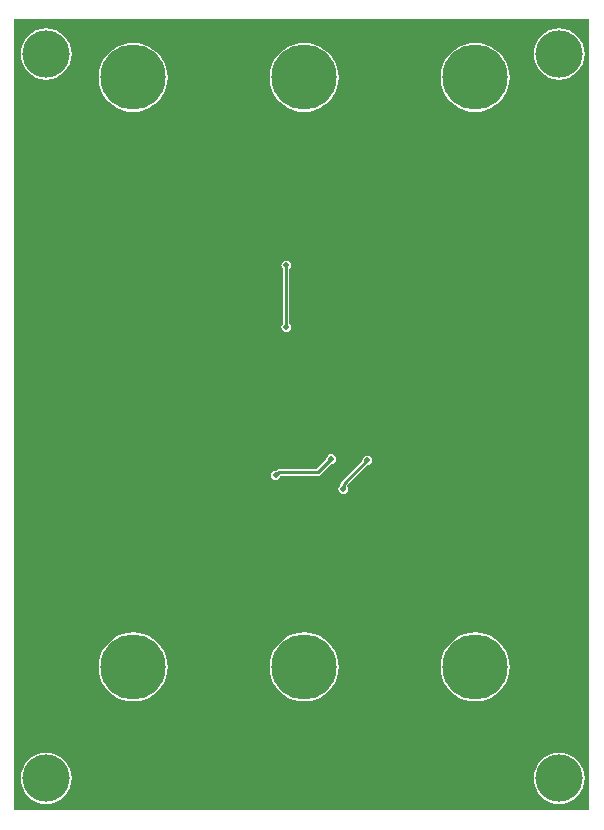
<source format=gbl>
G04*
G04 #@! TF.GenerationSoftware,Altium Limited,Altium Designer,20.0.8 (157)*
G04*
G04 Layer_Physical_Order=2*
G04 Layer_Color=16711680*
%FSLAX24Y24*%
%MOIN*%
G70*
G01*
G75*
%ADD12C,0.0100*%
%ADD35C,0.2172*%
%ADD36R,0.2172X0.2172*%
%ADD37C,0.1575*%
%ADD38C,0.0200*%
%ADD39C,0.0120*%
G36*
X46658Y21142D02*
X27492D01*
Y47508D01*
X46658D01*
X46658Y21142D01*
D02*
G37*
%LPC*%
G36*
X45650Y47201D02*
X45484Y47185D01*
X45324Y47137D01*
X45177Y47058D01*
X45048Y46952D01*
X44942Y46823D01*
X44863Y46676D01*
X44815Y46516D01*
X44798Y46350D01*
X44815Y46184D01*
X44863Y46024D01*
X44942Y45877D01*
X45048Y45748D01*
X45177Y45642D01*
X45324Y45563D01*
X45484Y45515D01*
X45650Y45498D01*
X45816Y45515D01*
X45976Y45563D01*
X46123Y45642D01*
X46252Y45748D01*
X46358Y45877D01*
X46437Y46024D01*
X46485Y46184D01*
X46501Y46350D01*
X46485Y46516D01*
X46437Y46676D01*
X46358Y46823D01*
X46252Y46952D01*
X46123Y47058D01*
X45976Y47137D01*
X45816Y47185D01*
X45650Y47201D01*
D02*
G37*
G36*
X28550D02*
X28384Y47185D01*
X28224Y47137D01*
X28077Y47058D01*
X27948Y46952D01*
X27842Y46823D01*
X27763Y46676D01*
X27715Y46516D01*
X27699Y46350D01*
X27715Y46184D01*
X27763Y46024D01*
X27842Y45877D01*
X27948Y45748D01*
X28077Y45642D01*
X28224Y45563D01*
X28384Y45515D01*
X28550Y45498D01*
X28716Y45515D01*
X28876Y45563D01*
X29023Y45642D01*
X29152Y45748D01*
X29258Y45877D01*
X29337Y46024D01*
X29385Y46184D01*
X29402Y46350D01*
X29385Y46516D01*
X29337Y46676D01*
X29258Y46823D01*
X29152Y46952D01*
X29023Y47058D01*
X28876Y47137D01*
X28716Y47185D01*
X28550Y47201D01*
D02*
G37*
G36*
X42850Y46717D02*
X42670Y46703D01*
X42495Y46660D01*
X42328Y46591D01*
X42174Y46497D01*
X42037Y46380D01*
X41920Y46243D01*
X41826Y46089D01*
X41757Y45922D01*
X41715Y45747D01*
X41701Y45567D01*
X41715Y45388D01*
X41757Y45212D01*
X41826Y45046D01*
X41920Y44892D01*
X42037Y44755D01*
X42174Y44637D01*
X42328Y44543D01*
X42495Y44474D01*
X42670Y44432D01*
X42850Y44418D01*
X43030Y44432D01*
X43205Y44474D01*
X43372Y44543D01*
X43526Y44637D01*
X43663Y44755D01*
X43780Y44892D01*
X43874Y45046D01*
X43943Y45212D01*
X43985Y45388D01*
X43999Y45567D01*
X43985Y45747D01*
X43943Y45922D01*
X43874Y46089D01*
X43780Y46243D01*
X43663Y46380D01*
X43526Y46497D01*
X43372Y46591D01*
X43205Y46660D01*
X43030Y46703D01*
X42850Y46717D01*
D02*
G37*
G36*
X37150D02*
X36970Y46703D01*
X36795Y46660D01*
X36628Y46591D01*
X36474Y46497D01*
X36337Y46380D01*
X36220Y46243D01*
X36126Y46089D01*
X36057Y45922D01*
X36015Y45747D01*
X36001Y45567D01*
X36015Y45388D01*
X36057Y45212D01*
X36126Y45046D01*
X36220Y44892D01*
X36337Y44755D01*
X36474Y44637D01*
X36628Y44543D01*
X36795Y44474D01*
X36970Y44432D01*
X37150Y44418D01*
X37330Y44432D01*
X37505Y44474D01*
X37672Y44543D01*
X37826Y44637D01*
X37963Y44755D01*
X38080Y44892D01*
X38174Y45046D01*
X38243Y45212D01*
X38285Y45388D01*
X38299Y45567D01*
X38285Y45747D01*
X38243Y45922D01*
X38174Y46089D01*
X38080Y46243D01*
X37963Y46380D01*
X37826Y46497D01*
X37672Y46591D01*
X37505Y46660D01*
X37330Y46703D01*
X37150Y46717D01*
D02*
G37*
G36*
X31450D02*
X31270Y46703D01*
X31095Y46660D01*
X30928Y46591D01*
X30774Y46497D01*
X30637Y46380D01*
X30520Y46243D01*
X30426Y46089D01*
X30357Y45922D01*
X30315Y45747D01*
X30301Y45567D01*
X30315Y45388D01*
X30357Y45212D01*
X30426Y45046D01*
X30520Y44892D01*
X30637Y44755D01*
X30774Y44637D01*
X30928Y44543D01*
X31095Y44474D01*
X31270Y44432D01*
X31450Y44418D01*
X31630Y44432D01*
X31805Y44474D01*
X31972Y44543D01*
X32126Y44637D01*
X32263Y44755D01*
X32380Y44892D01*
X32474Y45046D01*
X32543Y45212D01*
X32585Y45388D01*
X32599Y45567D01*
X32585Y45747D01*
X32543Y45922D01*
X32474Y46089D01*
X32380Y46243D01*
X32263Y46380D01*
X32126Y46497D01*
X31972Y46591D01*
X31805Y46660D01*
X31630Y46703D01*
X31450Y46717D01*
D02*
G37*
G36*
X36550Y39463D02*
X36488Y39451D01*
X36435Y39415D01*
X36399Y39362D01*
X36387Y39300D01*
X36399Y39238D01*
X36435Y39185D01*
X36438Y39183D01*
Y37367D01*
X36435Y37365D01*
X36399Y37312D01*
X36387Y37250D01*
X36399Y37188D01*
X36435Y37135D01*
X36488Y37099D01*
X36550Y37087D01*
X36612Y37099D01*
X36665Y37135D01*
X36701Y37188D01*
X36713Y37250D01*
X36701Y37312D01*
X36665Y37365D01*
X36662Y37367D01*
Y39183D01*
X36665Y39185D01*
X36701Y39238D01*
X36713Y39300D01*
X36701Y39362D01*
X36665Y39415D01*
X36612Y39451D01*
X36550Y39463D01*
D02*
G37*
G36*
X38050Y33013D02*
X37988Y33001D01*
X37935Y32965D01*
X37899Y32912D01*
X37887Y32850D01*
X37888Y32846D01*
X37554Y32512D01*
X36327D01*
X36284Y32504D01*
X36248Y32479D01*
X36248Y32479D01*
X36226Y32458D01*
X36200Y32463D01*
X36138Y32451D01*
X36085Y32415D01*
X36049Y32362D01*
X36037Y32300D01*
X36049Y32238D01*
X36085Y32185D01*
X36138Y32149D01*
X36200Y32137D01*
X36262Y32149D01*
X36315Y32185D01*
X36351Y32238D01*
X36358Y32272D01*
X36374Y32288D01*
X37600D01*
X37600Y32288D01*
X37643Y32296D01*
X37679Y32321D01*
X38046Y32688D01*
X38050Y32687D01*
X38112Y32699D01*
X38165Y32735D01*
X38201Y32788D01*
X38213Y32850D01*
X38201Y32912D01*
X38165Y32965D01*
X38112Y33001D01*
X38050Y33013D01*
D02*
G37*
G36*
X39250Y32963D02*
X39188Y32951D01*
X39135Y32915D01*
X39099Y32862D01*
X39087Y32800D01*
X39088Y32796D01*
X38390Y32098D01*
X38366Y32062D01*
X38357Y32019D01*
X38357Y32019D01*
Y31980D01*
X38335Y31965D01*
X38299Y31912D01*
X38287Y31850D01*
X38299Y31788D01*
X38335Y31735D01*
X38388Y31699D01*
X38450Y31687D01*
X38512Y31699D01*
X38565Y31735D01*
X38601Y31788D01*
X38613Y31850D01*
X38601Y31912D01*
X38581Y31942D01*
Y31973D01*
X39246Y32638D01*
X39250Y32637D01*
X39312Y32649D01*
X39365Y32685D01*
X39401Y32738D01*
X39413Y32800D01*
X39401Y32862D01*
X39365Y32915D01*
X39312Y32951D01*
X39250Y32963D01*
D02*
G37*
G36*
X42850Y27067D02*
X42670Y27053D01*
X42495Y27010D01*
X42328Y26941D01*
X42174Y26847D01*
X42037Y26730D01*
X41920Y26593D01*
X41826Y26439D01*
X41757Y26272D01*
X41715Y26097D01*
X41701Y25917D01*
X41715Y25738D01*
X41757Y25562D01*
X41826Y25396D01*
X41920Y25242D01*
X42037Y25105D01*
X42174Y24987D01*
X42328Y24893D01*
X42495Y24824D01*
X42670Y24782D01*
X42850Y24768D01*
X43030Y24782D01*
X43205Y24824D01*
X43372Y24893D01*
X43526Y24987D01*
X43663Y25105D01*
X43780Y25242D01*
X43874Y25396D01*
X43943Y25562D01*
X43985Y25738D01*
X43999Y25917D01*
X43985Y26097D01*
X43943Y26272D01*
X43874Y26439D01*
X43780Y26593D01*
X43663Y26730D01*
X43526Y26847D01*
X43372Y26941D01*
X43205Y27010D01*
X43030Y27053D01*
X42850Y27067D01*
D02*
G37*
G36*
X37150D02*
X36970Y27053D01*
X36795Y27010D01*
X36628Y26941D01*
X36474Y26847D01*
X36337Y26730D01*
X36220Y26593D01*
X36126Y26439D01*
X36057Y26272D01*
X36015Y26097D01*
X36001Y25917D01*
X36015Y25738D01*
X36057Y25562D01*
X36126Y25396D01*
X36220Y25242D01*
X36337Y25105D01*
X36474Y24987D01*
X36628Y24893D01*
X36795Y24824D01*
X36970Y24782D01*
X37150Y24768D01*
X37330Y24782D01*
X37505Y24824D01*
X37672Y24893D01*
X37826Y24987D01*
X37963Y25105D01*
X38080Y25242D01*
X38174Y25396D01*
X38243Y25562D01*
X38285Y25738D01*
X38299Y25917D01*
X38285Y26097D01*
X38243Y26272D01*
X38174Y26439D01*
X38080Y26593D01*
X37963Y26730D01*
X37826Y26847D01*
X37672Y26941D01*
X37505Y27010D01*
X37330Y27053D01*
X37150Y27067D01*
D02*
G37*
G36*
X31450D02*
X31270Y27053D01*
X31095Y27010D01*
X30928Y26941D01*
X30774Y26847D01*
X30637Y26730D01*
X30520Y26593D01*
X30426Y26439D01*
X30357Y26272D01*
X30315Y26097D01*
X30301Y25917D01*
X30315Y25738D01*
X30357Y25562D01*
X30426Y25396D01*
X30520Y25242D01*
X30637Y25105D01*
X30774Y24987D01*
X30928Y24893D01*
X31095Y24824D01*
X31270Y24782D01*
X31450Y24768D01*
X31630Y24782D01*
X31805Y24824D01*
X31972Y24893D01*
X32126Y24987D01*
X32263Y25105D01*
X32380Y25242D01*
X32474Y25396D01*
X32543Y25562D01*
X32585Y25738D01*
X32599Y25917D01*
X32585Y26097D01*
X32543Y26272D01*
X32474Y26439D01*
X32380Y26593D01*
X32263Y26730D01*
X32126Y26847D01*
X31972Y26941D01*
X31805Y27010D01*
X31630Y27053D01*
X31450Y27067D01*
D02*
G37*
G36*
X45650Y23052D02*
X45484Y23035D01*
X45324Y22987D01*
X45177Y22908D01*
X45048Y22802D01*
X44942Y22673D01*
X44863Y22526D01*
X44815Y22366D01*
X44798Y22200D01*
X44815Y22034D01*
X44863Y21874D01*
X44942Y21727D01*
X45048Y21598D01*
X45177Y21492D01*
X45324Y21413D01*
X45484Y21365D01*
X45650Y21349D01*
X45816Y21365D01*
X45976Y21413D01*
X46123Y21492D01*
X46252Y21598D01*
X46358Y21727D01*
X46437Y21874D01*
X46485Y22034D01*
X46501Y22200D01*
X46485Y22366D01*
X46437Y22526D01*
X46358Y22673D01*
X46252Y22802D01*
X46123Y22908D01*
X45976Y22987D01*
X45816Y23035D01*
X45650Y23052D01*
D02*
G37*
G36*
X28550D02*
X28384Y23035D01*
X28224Y22987D01*
X28077Y22908D01*
X27948Y22802D01*
X27842Y22673D01*
X27763Y22526D01*
X27715Y22366D01*
X27699Y22200D01*
X27715Y22034D01*
X27763Y21874D01*
X27842Y21727D01*
X27948Y21598D01*
X28077Y21492D01*
X28224Y21413D01*
X28384Y21365D01*
X28550Y21349D01*
X28716Y21365D01*
X28876Y21413D01*
X29023Y21492D01*
X29152Y21598D01*
X29258Y21727D01*
X29337Y21874D01*
X29385Y22034D01*
X29402Y22200D01*
X29385Y22366D01*
X29337Y22526D01*
X29258Y22673D01*
X29152Y22802D01*
X29023Y22908D01*
X28876Y22987D01*
X28716Y23035D01*
X28550Y23052D01*
D02*
G37*
%LPD*%
D12*
X36550Y37250D02*
Y39300D01*
X38469Y32019D02*
X39250Y32800D01*
X38469Y31869D02*
Y32019D01*
X38450Y31850D02*
X38469Y31869D01*
X37600Y32400D02*
X38050Y32850D01*
X36327Y32400D02*
X37600D01*
X36200Y32300D02*
X36227D01*
X36327Y32400D01*
D35*
X42850Y45567D02*
D03*
X37150D02*
D03*
X31450D02*
D03*
X42850Y25917D02*
D03*
X37150D02*
D03*
X31450D02*
D03*
D36*
X42850Y42733D02*
D03*
X37150D02*
D03*
X31450D02*
D03*
X42850Y23083D02*
D03*
X37150D02*
D03*
X31450D02*
D03*
D37*
X28550Y46350D02*
D03*
Y22200D02*
D03*
X45650D02*
D03*
Y46350D02*
D03*
D38*
X35950Y32650D02*
D03*
X36550Y39300D02*
D03*
Y37250D02*
D03*
X38950Y32950D02*
D03*
X40000Y32850D02*
D03*
X40500D02*
D03*
X43750Y29800D02*
D03*
Y29050D02*
D03*
Y29450D02*
D03*
X40696Y37116D02*
D03*
X38450Y31850D02*
D03*
X39250Y32800D02*
D03*
X38050Y32850D02*
D03*
X36200Y32300D02*
D03*
X38800Y36200D02*
D03*
X35750Y37350D02*
D03*
D39*
X38450Y34800D02*
D03*
Y35000D02*
D03*
X38650Y34800D02*
D03*
X38850Y35000D02*
D03*
Y34600D02*
D03*
X38650D02*
D03*
X38450D02*
D03*
X38250D02*
D03*
X38050D02*
D03*
Y34800D02*
D03*
X38250D02*
D03*
X38850D02*
D03*
X38650Y35000D02*
D03*
X38250D02*
D03*
X38050D02*
D03*
X37850D02*
D03*
Y34800D02*
D03*
Y34600D02*
D03*
X37650Y35000D02*
D03*
Y34800D02*
D03*
Y34600D02*
D03*
Y34200D02*
D03*
Y34400D02*
D03*
X37850D02*
D03*
Y34200D02*
D03*
X38050Y34400D02*
D03*
X38250D02*
D03*
X38450D02*
D03*
X38650D02*
D03*
X38850D02*
D03*
X39050Y35000D02*
D03*
Y34800D02*
D03*
Y34600D02*
D03*
Y34400D02*
D03*
Y34200D02*
D03*
X38850D02*
D03*
X38650D02*
D03*
X38450D02*
D03*
X38250D02*
D03*
X38050D02*
D03*
M02*

</source>
